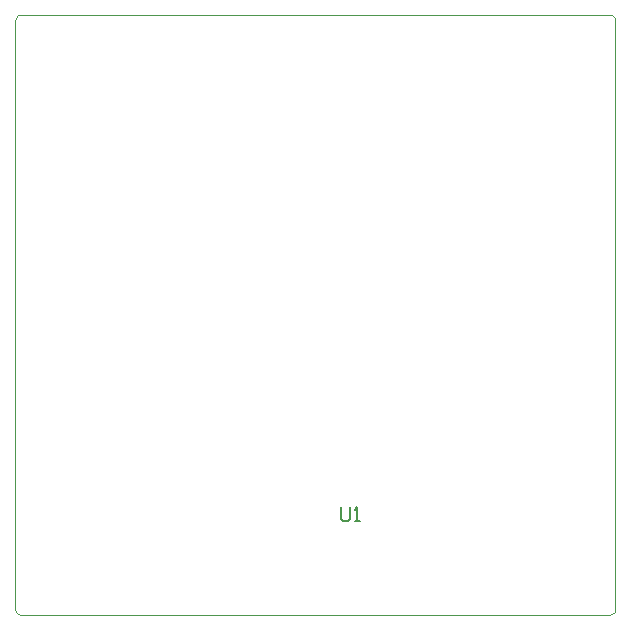
<source format=gm1>
G04*
G04 #@! TF.GenerationSoftware,Altium Limited,Altium Designer,21.6.4 (81)*
G04*
G04 Layer_Color=16711935*
%FSAX25Y25*%
%MOIN*%
G70*
G04*
G04 #@! TF.SameCoordinates,A43D0BD7-71F7-406A-839A-B2BA5E4553EA*
G04*
G04*
G04 #@! TF.FilePolarity,Positive*
G04*
G01*
G75*
%ADD102C,0.00197*%
%ADD103C,0.00591*%
G54D102*
X0001969Y0200005D02*
X0000984Y0199741D01*
X0000264Y0199021D01*
X0000000Y0198037D01*
X0200000Y0198031D02*
X0199736Y0199016D01*
X0199016Y0199736D01*
X0198031Y0200000D01*
Y0000000D02*
X0199016Y0000264D01*
X0199736Y0000984D01*
X0200000Y0001969D01*
X0000000D02*
X0000264Y0000984D01*
X0000984Y0000264D01*
X0001969Y0000000D01*
Y0200005D02*
X0198037D01*
X0198031Y0200000D02*
X0198037Y0200005D01*
X0200000Y0001969D02*
X0200000Y0198031D01*
X0001969Y-0000000D02*
X0198031Y0000000D01*
X-0000000Y0001969D02*
X0000000Y0198031D01*
G54D103*
X0108537Y0035829D02*
Y0031893D01*
X0109324Y0031106D01*
X0110898D01*
X0111685Y0031893D01*
Y0035829D01*
X0113260Y0031106D02*
X0114834D01*
X0114047D01*
Y0035829D01*
X0113260Y0035042D01*
M02*

</source>
